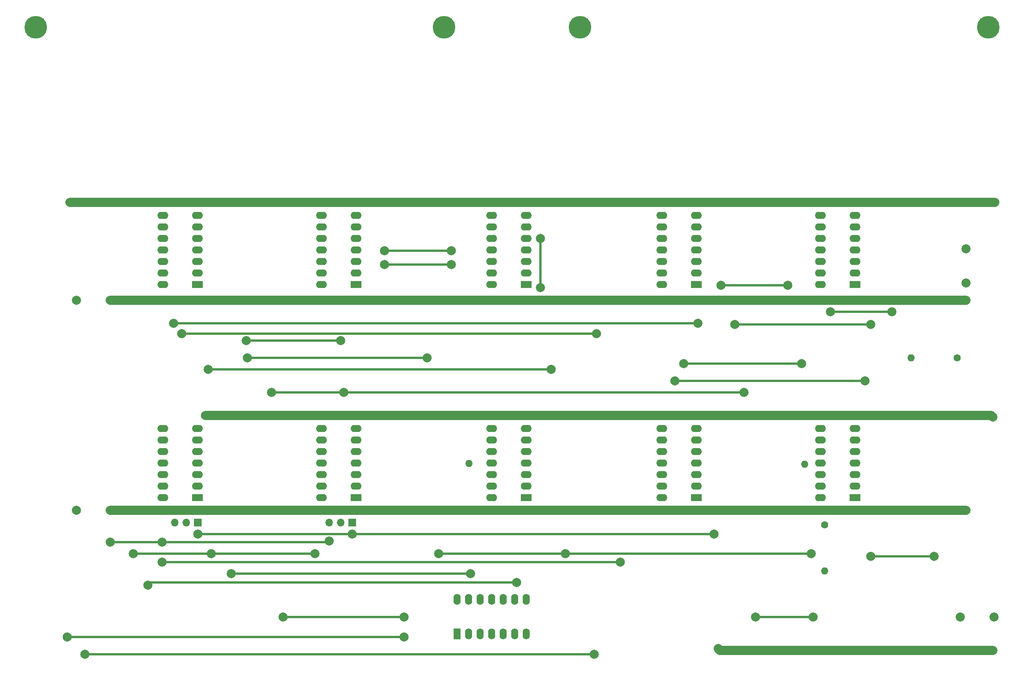
<source format=gbr>
%TF.GenerationSoftware,KiCad,Pcbnew,(5.1.10-1-10_14)*%
%TF.CreationDate,2022-01-24T12:26:02+11:00*%
%TF.ProjectId,Input:Output Interface,496e7075-743a-44f7-9574-70757420496e,rev?*%
%TF.SameCoordinates,Original*%
%TF.FileFunction,Copper,L1,Top*%
%TF.FilePolarity,Positive*%
%FSLAX46Y46*%
G04 Gerber Fmt 4.6, Leading zero omitted, Abs format (unit mm)*
G04 Created by KiCad (PCBNEW (5.1.10-1-10_14)) date 2022-01-24 12:26:02*
%MOMM*%
%LPD*%
G01*
G04 APERTURE LIST*
%TA.AperFunction,ComponentPad*%
%ADD10O,1.600000X2.400000*%
%TD*%
%TA.AperFunction,ComponentPad*%
%ADD11R,1.600000X2.400000*%
%TD*%
%TA.AperFunction,ComponentPad*%
%ADD12O,2.400000X1.600000*%
%TD*%
%TA.AperFunction,ComponentPad*%
%ADD13R,2.400000X1.600000*%
%TD*%
%TA.AperFunction,ComponentPad*%
%ADD14C,5.000000*%
%TD*%
%TA.AperFunction,ComponentPad*%
%ADD15O,1.600000X1.600000*%
%TD*%
%TA.AperFunction,ComponentPad*%
%ADD16C,1.600000*%
%TD*%
%TA.AperFunction,ComponentPad*%
%ADD17C,2.000000*%
%TD*%
%TA.AperFunction,ComponentPad*%
%ADD18R,1.700000X1.700000*%
%TD*%
%TA.AperFunction,ComponentPad*%
%ADD19O,1.700000X1.700000*%
%TD*%
%TA.AperFunction,ViaPad*%
%ADD20C,2.000000*%
%TD*%
%TA.AperFunction,Conductor*%
%ADD21C,0.500000*%
%TD*%
%TA.AperFunction,Conductor*%
%ADD22C,2.000000*%
%TD*%
G04 APERTURE END LIST*
D10*
%TO.P,U11,14*%
%TO.N,+5V*%
X167880000Y-189180000D03*
%TO.P,U11,7*%
%TO.N,GND*%
X183120000Y-196800000D03*
%TO.P,U11,13*%
%TO.N,O_D0_~FLAG*%
X170420000Y-189180000D03*
%TO.P,U11,6*%
%TO.N,Net-(U11-Pad6)*%
X180580000Y-196800000D03*
%TO.P,U11,12*%
%TO.N,Net-(U11-Pad12)*%
X172960000Y-189180000D03*
%TO.P,U11,5*%
%TO.N,I_D0_~FLAG*%
X178040000Y-196800000D03*
%TO.P,U11,11*%
%TO.N,O_D1_~FLAG*%
X175500000Y-189180000D03*
%TO.P,U11,4*%
%TO.N,N/C*%
X175500000Y-196800000D03*
%TO.P,U11,10*%
%TO.N,Net-(U11-Pad10)*%
X178040000Y-189180000D03*
%TO.P,U11,3*%
%TO.N,N/C*%
X172960000Y-196800000D03*
%TO.P,U11,9*%
%TO.N,I_D1_~FLAG*%
X180580000Y-189180000D03*
%TO.P,U11,2*%
%TO.N,N/C*%
X170420000Y-196800000D03*
%TO.P,U11,8*%
%TO.N,Net-(U11-Pad8)*%
X183120000Y-189180000D03*
D11*
%TO.P,U11,1*%
%TO.N,N/C*%
X167880000Y-196800000D03*
%TD*%
D12*
%TO.P,U7,14*%
%TO.N,+5V*%
X138000000Y-166740000D03*
%TO.P,U7,7*%
%TO.N,GND*%
X145620000Y-151500000D03*
%TO.P,U7,13*%
%TO.N,/MCP_CLK*%
X138000000Y-164200000D03*
%TO.P,U7,6*%
%TO.N,O_D1_~DATA*%
X145620000Y-154040000D03*
%TO.P,U7,12*%
%TO.N,Net-(U2-Pad12)*%
X138000000Y-161660000D03*
%TO.P,U7,5*%
%TO.N,Net-(U4-Pad4)*%
X145620000Y-156580000D03*
%TO.P,U7,11*%
%TO.N,O_D1_~CLOCK*%
X138000000Y-159120000D03*
%TO.P,U7,4*%
%TO.N,Net-(U2-Pad12)*%
X145620000Y-159120000D03*
%TO.P,U7,10*%
%TO.N,Net-(U2-Pad10)*%
X138000000Y-156580000D03*
%TO.P,U7,3*%
%TO.N,O_D1_~FLAG_RESET*%
X145620000Y-161660000D03*
%TO.P,U7,9*%
%TO.N,Net-(U4-Pad4)*%
X138000000Y-154040000D03*
%TO.P,U7,2*%
%TO.N,Net-(U2-Pad12)*%
X145620000Y-164200000D03*
%TO.P,U7,8*%
%TO.N,O_D0_~DATA*%
X138000000Y-151500000D03*
D13*
%TO.P,U7,1*%
%TO.N,Net-(J2-Pad2)*%
X145620000Y-166740000D03*
%TD*%
D12*
%TO.P,U9,14*%
%TO.N,+5V*%
X213000000Y-166740000D03*
%TO.P,U9,7*%
%TO.N,GND*%
X220620000Y-151500000D03*
%TO.P,U9,13*%
%TO.N,I_D0_~DATA*%
X213000000Y-164200000D03*
%TO.P,U9,6*%
%TO.N,Net-(U10-Pad3)*%
X220620000Y-154040000D03*
%TO.P,U9,12*%
%TO.N,Net-(U1-Pad10)*%
X213000000Y-161660000D03*
%TO.P,U9,5*%
%TO.N,Net-(U9-Pad5)*%
X220620000Y-156580000D03*
%TO.P,U9,11*%
%TO.N,Net-(U9-Pad11)*%
X213000000Y-159120000D03*
%TO.P,U9,4*%
X220620000Y-159120000D03*
%TO.P,U9,10*%
%TO.N,I_D1_~DATA*%
X213000000Y-156580000D03*
%TO.P,U9,3*%
%TO.N,Net-(U4-Pad13)*%
X220620000Y-161660000D03*
%TO.P,U9,9*%
%TO.N,Net-(U2-Pad8)*%
X213000000Y-154040000D03*
%TO.P,U9,2*%
%TO.N,Net-(R4-Pad2)*%
X220620000Y-164200000D03*
%TO.P,U9,8*%
%TO.N,Net-(U9-Pad5)*%
X213000000Y-151500000D03*
D13*
%TO.P,U9,1*%
%TO.N,T1*%
X220620000Y-166740000D03*
%TD*%
D12*
%TO.P,U6,14*%
%TO.N,+5V*%
X103000000Y-166740000D03*
%TO.P,U6,7*%
%TO.N,GND*%
X110620000Y-151500000D03*
%TO.P,U6,13*%
%TO.N,Net-(J1-Pad3)*%
X103000000Y-164200000D03*
%TO.P,U6,6*%
%TO.N,O_D0_~FLAG_RESET*%
X110620000Y-154040000D03*
%TO.P,U6,12*%
%TO.N,Net-(U2-Pad8)*%
X103000000Y-161660000D03*
%TO.P,U6,5*%
%TO.N,Net-(U2-Pad10)*%
X110620000Y-156580000D03*
%TO.P,U6,11*%
%TO.N,I_D1_~FLAG_RESET*%
X103000000Y-159120000D03*
%TO.P,U6,4*%
%TO.N,Net-(J1-Pad2)*%
X110620000Y-159120000D03*
%TO.P,U6,10*%
%TO.N,Net-(U2-Pad8)*%
X103000000Y-156580000D03*
%TO.P,U6,3*%
%TO.N,O_D0_~CLOCK*%
X110620000Y-161660000D03*
%TO.P,U6,9*%
%TO.N,/MCP_CLK*%
X103000000Y-154040000D03*
%TO.P,U6,2*%
%TO.N,Net-(U2-Pad10)*%
X110620000Y-164200000D03*
%TO.P,U6,8*%
%TO.N,I_D1_~CLOCK*%
X103000000Y-151500000D03*
D13*
%TO.P,U6,1*%
%TO.N,/MCP_CLK*%
X110620000Y-166740000D03*
%TD*%
D12*
%TO.P,U1,14*%
%TO.N,+5V*%
X103000000Y-119740000D03*
%TO.P,U1,7*%
%TO.N,GND*%
X110620000Y-104500000D03*
%TO.P,U1,13*%
%TO.N,/MCP_CLK*%
X103000000Y-117200000D03*
%TO.P,U1,6*%
%TO.N,Net-(U1-Pad6)*%
X110620000Y-107040000D03*
%TO.P,U1,12*%
%TO.N,Net-(U1-Pad10)*%
X103000000Y-114660000D03*
%TO.P,U1,5*%
%TO.N,Net-(U1-Pad5)*%
X110620000Y-109580000D03*
%TO.P,U1,11*%
%TO.N,I_D0_~CLOCK*%
X103000000Y-112120000D03*
%TO.P,U1,4*%
%TO.N,Net-(U1-Pad4)*%
X110620000Y-112120000D03*
%TO.P,U1,10*%
%TO.N,Net-(U1-Pad10)*%
X103000000Y-109580000D03*
%TO.P,U1,3*%
%TO.N,Net-(U1-Pad3)*%
X110620000Y-114660000D03*
%TO.P,U1,9*%
%TO.N,Net-(J1-Pad3)*%
X103000000Y-107040000D03*
%TO.P,U1,2*%
%TO.N,Net-(U1-Pad2)*%
X110620000Y-117200000D03*
%TO.P,U1,8*%
%TO.N,I_D0_~FLAG_RESET*%
X103000000Y-104500000D03*
D13*
%TO.P,U1,1*%
%TO.N,Net-(U1-Pad1)*%
X110620000Y-119740000D03*
%TD*%
D12*
%TO.P,U2,14*%
%TO.N,+5V*%
X138000000Y-119740000D03*
%TO.P,U2,7*%
%TO.N,GND*%
X145620000Y-104500000D03*
%TO.P,U2,13*%
%TO.N,Net-(U2-Pad13)*%
X138000000Y-117200000D03*
%TO.P,U2,6*%
%TO.N,Net-(U2-Pad6)*%
X145620000Y-107040000D03*
%TO.P,U2,12*%
%TO.N,Net-(U2-Pad12)*%
X138000000Y-114660000D03*
%TO.P,U2,5*%
%TO.N,I_O_GATING*%
X145620000Y-109580000D03*
%TO.P,U2,11*%
%TO.N,Net-(U2-Pad11)*%
X138000000Y-112120000D03*
%TO.P,U2,4*%
%TO.N,Net-(U2-Pad4)*%
X145620000Y-112120000D03*
%TO.P,U2,10*%
%TO.N,Net-(U2-Pad10)*%
X138000000Y-109580000D03*
%TO.P,U2,3*%
%TO.N,I_O_DEVICE_SELECT*%
X145620000Y-114660000D03*
%TO.P,U2,9*%
%TO.N,Net-(U2-Pad9)*%
X138000000Y-107040000D03*
%TO.P,U2,2*%
%TO.N,Net-(U1-Pad10)*%
X145620000Y-117200000D03*
%TO.P,U2,8*%
%TO.N,Net-(U2-Pad8)*%
X138000000Y-104500000D03*
D13*
%TO.P,U2,1*%
%TO.N,Net-(U2-Pad1)*%
X145620000Y-119740000D03*
%TD*%
D12*
%TO.P,U3,14*%
%TO.N,+5V*%
X175500000Y-119740000D03*
%TO.P,U3,7*%
%TO.N,GND*%
X183120000Y-104500000D03*
%TO.P,U3,13*%
%TO.N,I_O_GATING*%
X175500000Y-117200000D03*
%TO.P,U3,6*%
%TO.N,Net-(U2-Pad13)*%
X183120000Y-107040000D03*
%TO.P,U3,12*%
%TO.N,Net-(U2-Pad4)*%
X175500000Y-114660000D03*
%TO.P,U3,5*%
X183120000Y-109580000D03*
%TO.P,U3,11*%
%TO.N,Net-(U2-Pad9)*%
X175500000Y-112120000D03*
%TO.P,U3,4*%
%TO.N,Net-(U2-Pad6)*%
X183120000Y-112120000D03*
%TO.P,U3,10*%
%TO.N,I_O_GATING*%
X175500000Y-109580000D03*
%TO.P,U3,3*%
%TO.N,Net-(U2-Pad11)*%
X183120000Y-114660000D03*
%TO.P,U3,9*%
%TO.N,Net-(U2-Pad4)*%
X175500000Y-107040000D03*
%TO.P,U3,2*%
%TO.N,Net-(U2-Pad6)*%
X183120000Y-117200000D03*
%TO.P,U3,8*%
%TO.N,Net-(U2-Pad1)*%
X175500000Y-104500000D03*
D13*
%TO.P,U3,1*%
%TO.N,I_O_DEVICE_SELECT*%
X183120000Y-119740000D03*
%TD*%
D12*
%TO.P,U4,14*%
%TO.N,+5V*%
X213000000Y-119740000D03*
%TO.P,U4,7*%
%TO.N,GND*%
X220620000Y-104500000D03*
%TO.P,U4,13*%
%TO.N,Net-(U4-Pad13)*%
X213000000Y-117200000D03*
%TO.P,U4,6*%
%TO.N,Net-(U4-Pad6)*%
X220620000Y-107040000D03*
%TO.P,U4,12*%
%TO.N,Net-(J1-Pad1)*%
X213000000Y-114660000D03*
%TO.P,U4,5*%
%TO.N,~IOT_SHIFT*%
X220620000Y-109580000D03*
%TO.P,U4,11*%
%TO.N,Net-(U4-Pad11)*%
X213000000Y-112120000D03*
%TO.P,U4,4*%
%TO.N,Net-(U4-Pad4)*%
X220620000Y-112120000D03*
%TO.P,U4,10*%
%TO.N,Net-(U10-Pad2)*%
X213000000Y-109580000D03*
%TO.P,U4,3*%
%TO.N,Net-(U4-Pad3)*%
X220620000Y-114660000D03*
%TO.P,U4,9*%
%TO.N,Net-(U4-Pad9)*%
X213000000Y-107040000D03*
%TO.P,U4,2*%
%TO.N,Net-(J1-Pad3)*%
X220620000Y-117200000D03*
%TO.P,U4,8*%
%TO.N,/MCP_CLK*%
X213000000Y-104500000D03*
D13*
%TO.P,U4,1*%
%TO.N,Net-(U4-Pad1)*%
X220620000Y-119740000D03*
%TD*%
D12*
%TO.P,U5,14*%
%TO.N,+5V*%
X248000000Y-119740000D03*
%TO.P,U5,7*%
%TO.N,GND*%
X255620000Y-104500000D03*
%TO.P,U5,13*%
%TO.N,Net-(R4-Pad2)*%
X248000000Y-117200000D03*
%TO.P,U5,6*%
%TO.N,Net-(U4-Pad9)*%
X255620000Y-107040000D03*
%TO.P,U5,12*%
%TO.N,T13*%
X248000000Y-114660000D03*
%TO.P,U5,5*%
%TO.N,Net-(U10-Pad2)*%
X255620000Y-109580000D03*
%TO.P,U5,11*%
%TO.N,Net-(U4-Pad1)*%
X248000000Y-112120000D03*
%TO.P,U5,4*%
%TO.N,MCP*%
X255620000Y-112120000D03*
%TO.P,U5,10*%
%TO.N,T2-9*%
X248000000Y-109580000D03*
%TO.P,U5,3*%
%TO.N,Net-(U4-Pad3)*%
X255620000Y-114660000D03*
%TO.P,U5,9*%
%TO.N,Net-(U4-Pad6)*%
X248000000Y-107040000D03*
%TO.P,U5,2*%
%TO.N,Net-(U10-Pad2)*%
X255620000Y-117200000D03*
%TO.P,U5,8*%
%TO.N,Net-(U4-Pad11)*%
X248000000Y-104500000D03*
D13*
%TO.P,U5,1*%
%TO.N,AC_BIT_0*%
X255620000Y-119740000D03*
%TD*%
D12*
%TO.P,U8,14*%
%TO.N,+5V*%
X175500000Y-166740000D03*
%TO.P,U8,7*%
%TO.N,GND*%
X183120000Y-151500000D03*
%TO.P,U8,13*%
%TO.N,Net-(R1-Pad2)*%
X175500000Y-164200000D03*
%TO.P,U8,6*%
%TO.N,Net-(U2-Pad8)*%
X183120000Y-154040000D03*
%TO.P,U8,12*%
%TO.N,Net-(U11-Pad10)*%
X175500000Y-161660000D03*
%TO.P,U8,5*%
%TO.N,Net-(U11-Pad8)*%
X183120000Y-156580000D03*
%TO.P,U8,11*%
%TO.N,Net-(U2-Pad12)*%
X175500000Y-159120000D03*
%TO.P,U8,4*%
%TO.N,Net-(R1-Pad2)*%
X183120000Y-159120000D03*
%TO.P,U8,10*%
X175500000Y-156580000D03*
%TO.P,U8,3*%
%TO.N,Net-(U11-Pad6)*%
X183120000Y-161660000D03*
%TO.P,U8,9*%
%TO.N,Net-(U11-Pad12)*%
X175500000Y-154040000D03*
%TO.P,U8,2*%
%TO.N,Net-(U1-Pad10)*%
X183120000Y-164200000D03*
%TO.P,U8,8*%
%TO.N,Net-(U2-Pad10)*%
X175500000Y-151500000D03*
D13*
%TO.P,U8,1*%
%TO.N,Net-(R1-Pad2)*%
X183120000Y-166740000D03*
%TD*%
D12*
%TO.P,U10,14*%
%TO.N,+5V*%
X248000000Y-166740000D03*
%TO.P,U10,7*%
%TO.N,GND*%
X255620000Y-151500000D03*
%TO.P,U10,13*%
%TO.N,~IOT_SKIP*%
X248000000Y-164200000D03*
%TO.P,U10,6*%
%TO.N,~CLR_IOT_FLAG*%
X255620000Y-154040000D03*
%TO.P,U10,12*%
%TO.N,SKIP_ON_IOT_FLAG*%
X248000000Y-161660000D03*
%TO.P,U10,5*%
%TO.N,~CLR_IOT_FLAG*%
X255620000Y-156580000D03*
%TO.P,U10,11*%
%TO.N,Net-(R2-Pad2)*%
X248000000Y-159120000D03*
%TO.P,U10,4*%
%TO.N,Net-(R4-Pad2)*%
X255620000Y-159120000D03*
%TO.P,U10,10*%
%TO.N,Net-(R2-Pad2)*%
X248000000Y-156580000D03*
%TO.P,U10,3*%
%TO.N,Net-(U10-Pad3)*%
X255620000Y-161660000D03*
%TO.P,U10,9*%
%TO.N,Net-(R1-Pad2)*%
X248000000Y-154040000D03*
%TO.P,U10,2*%
%TO.N,Net-(U10-Pad2)*%
X255620000Y-164200000D03*
%TO.P,U10,8*%
%TO.N,Net-(R1-Pad2)*%
X248000000Y-151500000D03*
D13*
%TO.P,U10,1*%
%TO.N,A-BUS*%
X255620000Y-166740000D03*
%TD*%
D14*
%TO.P,H2,1*%
%TO.N,GND*%
X285000000Y-63000000D03*
X195000000Y-63000000D03*
%TD*%
%TO.P,H1,1*%
%TO.N,GND*%
X165000000Y-63000000D03*
X75000000Y-63000000D03*
%TD*%
D15*
%TO.P,R4,2*%
%TO.N,Net-(R4-Pad2)*%
X267970000Y-135890000D03*
D16*
%TO.P,R4,1*%
%TO.N,+5V*%
X278130000Y-135890000D03*
%TD*%
D15*
%TO.P,R3,2*%
%TO.N,~IOT_SKIP*%
X248920000Y-182880000D03*
D16*
%TO.P,R3,1*%
%TO.N,+5V*%
X248920000Y-172720000D03*
%TD*%
D15*
%TO.P,R2,2*%
%TO.N,Net-(R2-Pad2)*%
X244475000Y-159385000D03*
D16*
%TO.P,R2,1*%
%TO.N,+5V*%
X244475000Y-169545000D03*
%TD*%
D15*
%TO.P,R1,2*%
%TO.N,Net-(R1-Pad2)*%
X170500000Y-159200000D03*
D16*
%TO.P,R1,1*%
%TO.N,+5V*%
X170500000Y-169360000D03*
%TD*%
D17*
%TO.P,C4,2*%
%TO.N,GND*%
X286265000Y-193040000D03*
%TO.P,C4,1*%
%TO.N,+5V*%
X278765000Y-193040000D03*
%TD*%
%TO.P,C3,2*%
%TO.N,GND*%
X280035000Y-111880000D03*
%TO.P,C3,1*%
%TO.N,+5V*%
X280035000Y-119380000D03*
%TD*%
%TO.P,C2,2*%
%TO.N,GND*%
X83940000Y-169545000D03*
%TO.P,C2,1*%
%TO.N,+5V*%
X91440000Y-169545000D03*
%TD*%
%TO.P,C1,2*%
%TO.N,GND*%
X83940000Y-123190000D03*
%TO.P,C1,1*%
%TO.N,+5V*%
X91440000Y-123190000D03*
%TD*%
D18*
%TO.P,J1,1*%
%TO.N,Net-(J1-Pad1)*%
X110744000Y-172212000D03*
D19*
%TO.P,J1,2*%
%TO.N,Net-(J1-Pad2)*%
X108204000Y-172212000D03*
%TO.P,J1,3*%
%TO.N,Net-(J1-Pad3)*%
X105664000Y-172212000D03*
%TD*%
%TO.P,J2,3*%
%TO.N,Net-(J1-Pad3)*%
X139700000Y-172212000D03*
%TO.P,J2,2*%
%TO.N,Net-(J2-Pad2)*%
X142240000Y-172212000D03*
D18*
%TO.P,J2,1*%
%TO.N,Net-(J1-Pad1)*%
X144780000Y-172212000D03*
%TD*%
D20*
%TO.N,Net-(J1-Pad1)*%
X110744000Y-174752000D03*
X144780000Y-174752000D03*
X224536000Y-174752000D03*
%TO.N,Net-(J1-Pad3)*%
X105410000Y-128270000D03*
X220980000Y-128270000D03*
X91440000Y-176530000D03*
X102870000Y-176530000D03*
X139700000Y-176276000D03*
%TO.N,GND*%
X286385000Y-101600000D03*
X82550000Y-101600000D03*
X111125000Y-101600000D03*
X146685000Y-101600000D03*
X184150000Y-101600000D03*
X221615000Y-101600000D03*
X256540000Y-101600000D03*
X256540000Y-148590000D03*
X286006000Y-148969000D03*
X112395000Y-148590000D03*
X146685000Y-148590000D03*
X184150000Y-148590000D03*
X220980000Y-148590000D03*
X286006000Y-200404000D03*
X225425000Y-200025000D03*
%TO.N,+5V*%
X247650000Y-123190000D03*
X280035000Y-123190000D03*
X212725000Y-123190000D03*
X174625000Y-123190000D03*
X137795000Y-123190000D03*
X102870000Y-123190000D03*
X102870000Y-169545000D03*
X135255000Y-169545000D03*
X280035000Y-169545000D03*
X174625000Y-169545000D03*
X212090000Y-169545000D03*
X248920000Y-169545000D03*
%TO.N,A-BUS*%
X273050000Y-179705000D03*
X259080000Y-179705000D03*
%TO.N,I_O_DEVICE_SELECT*%
X151892000Y-115316000D03*
X166624000Y-115316000D03*
%TO.N,~IOT_SHIFT*%
X246380000Y-193040000D03*
X233680000Y-193040000D03*
%TO.N,Net-(U2-Pad8)*%
X142240000Y-132080000D03*
X121412000Y-132080000D03*
%TO.N,Net-(U1-Pad10)*%
X188595000Y-138430000D03*
X113030000Y-138430000D03*
%TO.N,Net-(U2-Pad10)*%
X121666000Y-135890000D03*
X161290000Y-135890000D03*
%TO.N,Net-(U2-Pad4)*%
X151892000Y-112268000D03*
X166624000Y-112268000D03*
X186288000Y-109580000D03*
X186288000Y-120417000D03*
%TO.N,Net-(U4-Pad4)*%
X231140000Y-143510000D03*
X142875000Y-143510000D03*
X127000000Y-143510000D03*
%TO.N,Net-(U4-Pad3)*%
X229108000Y-128524000D03*
X259080000Y-128524000D03*
%TO.N,Net-(U4-Pad1)*%
X226060000Y-119888000D03*
X240792000Y-119888000D03*
%TO.N,Net-(R4-Pad2)*%
X250190000Y-125730000D03*
X243840000Y-137160000D03*
X217805000Y-137160000D03*
X263705010Y-125716536D03*
%TO.N,Net-(R1-Pad2)*%
X191770000Y-179070000D03*
X163830000Y-179070000D03*
X245925010Y-179070000D03*
%TO.N,Net-(U10-Pad3)*%
X215900000Y-140970000D03*
X257810000Y-140970000D03*
%TO.N,I_D1_~FLAG*%
X180975000Y-185420000D03*
X99695000Y-186055000D03*
%TO.N,O_D1_~FLAG*%
X156210000Y-193040000D03*
X129540000Y-193040000D03*
%TO.N,I_D0_~FLAG*%
X156210000Y-197485000D03*
X81915000Y-197485000D03*
%TO.N,O_D0_~FLAG*%
X170815000Y-183515000D03*
X118110000Y-183515000D03*
%TO.N,I_D0_~DATA*%
X85852000Y-201295000D03*
X198120000Y-201295000D03*
%TO.N,I_D1_~DATA*%
X102870000Y-180975000D03*
X203835000Y-180975000D03*
%TO.N,/MCP_CLK*%
X107188000Y-130556000D03*
X198628000Y-130556000D03*
X136525000Y-179070000D03*
X113665000Y-179070000D03*
X96520000Y-179070000D03*
%TD*%
D21*
%TO.N,Net-(J1-Pad1)*%
X110744000Y-174752000D02*
X144780000Y-174752000D01*
X144780000Y-174752000D02*
X224536000Y-174752000D01*
%TO.N,Net-(J1-Pad3)*%
X105410000Y-128270000D02*
X220980000Y-128270000D01*
X91440000Y-176530000D02*
X102870000Y-176530000D01*
X139446000Y-176530000D02*
X139700000Y-176276000D01*
X102870000Y-176530000D02*
X139446000Y-176530000D01*
D22*
%TO.N,GND*%
X146685000Y-101600000D02*
X82550000Y-101600000D01*
X221615000Y-101600000D02*
X146685000Y-101600000D01*
X230505000Y-101600000D02*
X221615000Y-101600000D01*
X256540000Y-101600000D02*
X230505000Y-101600000D01*
X286385000Y-101600000D02*
X256540000Y-101600000D01*
X285627000Y-148590000D02*
X286006000Y-148969000D01*
X256540000Y-148590000D02*
X285627000Y-148590000D01*
X146685000Y-148590000D02*
X112395000Y-148590000D01*
X184150000Y-148590000D02*
X146685000Y-148590000D01*
X220980000Y-148590000D02*
X184150000Y-148590000D01*
X256540000Y-148590000D02*
X220980000Y-148590000D01*
X225804000Y-200404000D02*
X225425000Y-200025000D01*
X286006000Y-200404000D02*
X225804000Y-200404000D01*
%TO.N,+5V*%
X247650000Y-123190000D02*
X280035000Y-123190000D01*
X247650000Y-123190000D02*
X212725000Y-123190000D01*
X212725000Y-123190000D02*
X174625000Y-123190000D01*
X174625000Y-123190000D02*
X137795000Y-123190000D01*
X137795000Y-123190000D02*
X102870000Y-123190000D01*
X102870000Y-169545000D02*
X135255000Y-169545000D01*
X135255000Y-169545000D02*
X174625000Y-169545000D01*
X174625000Y-169545000D02*
X280035000Y-169545000D01*
X91440000Y-123190000D02*
X102870000Y-123190000D01*
X91440000Y-169545000D02*
X102870000Y-169545000D01*
D21*
%TO.N,A-BUS*%
X273050000Y-179705000D02*
X259080000Y-179705000D01*
%TO.N,I_O_DEVICE_SELECT*%
X151892000Y-115316000D02*
X166624000Y-115316000D01*
%TO.N,~IOT_SHIFT*%
X246380000Y-193040000D02*
X233680000Y-193040000D01*
%TO.N,Net-(U2-Pad8)*%
X121412000Y-132080000D02*
X142240000Y-132080000D01*
%TO.N,Net-(U1-Pad10)*%
X184785000Y-138430000D02*
X188595000Y-138430000D01*
X113030000Y-138430000D02*
X184785000Y-138430000D01*
%TO.N,Net-(U2-Pad10)*%
X121666000Y-135890000D02*
X161290000Y-135890000D01*
%TO.N,Net-(U2-Pad4)*%
X151892000Y-112268000D02*
X166624000Y-112268000D01*
X186288000Y-109580000D02*
X186288000Y-120417000D01*
%TO.N,Net-(U4-Pad4)*%
X231140000Y-143510000D02*
X142875000Y-143510000D01*
X142875000Y-143510000D02*
X127000000Y-143510000D01*
%TO.N,Net-(U4-Pad3)*%
X229108000Y-128524000D02*
X259080000Y-128524000D01*
%TO.N,Net-(U4-Pad1)*%
X226060000Y-119888000D02*
X240792000Y-119888000D01*
%TO.N,Net-(R4-Pad2)*%
X217805000Y-137160000D02*
X243840000Y-137160000D01*
X250190000Y-125730000D02*
X263691546Y-125730000D01*
X263691546Y-125730000D02*
X263705010Y-125716536D01*
%TO.N,Net-(R1-Pad2)*%
X191770000Y-179070000D02*
X163830000Y-179070000D01*
X191770000Y-179070000D02*
X245925010Y-179070000D01*
%TO.N,Net-(U10-Pad3)*%
X257810000Y-140970000D02*
X215900000Y-140970000D01*
%TO.N,I_D1_~FLAG*%
X100330000Y-185420000D02*
X99695000Y-186055000D01*
X180975000Y-185420000D02*
X100330000Y-185420000D01*
%TO.N,O_D1_~FLAG*%
X129540000Y-193040000D02*
X156210000Y-193040000D01*
%TO.N,I_D0_~FLAG*%
X81915000Y-197485000D02*
X156210000Y-197485000D01*
%TO.N,O_D0_~FLAG*%
X170815000Y-183515000D02*
X118110000Y-183515000D01*
%TO.N,I_D0_~DATA*%
X198120000Y-201295000D02*
X85852000Y-201295000D01*
%TO.N,I_D1_~DATA*%
X102870000Y-180975000D02*
X203835000Y-180975000D01*
%TO.N,/MCP_CLK*%
X107188000Y-130556000D02*
X198628000Y-130556000D01*
X113665000Y-179070000D02*
X136525000Y-179070000D01*
X96520000Y-179070000D02*
X113665000Y-179070000D01*
%TD*%
M02*

</source>
